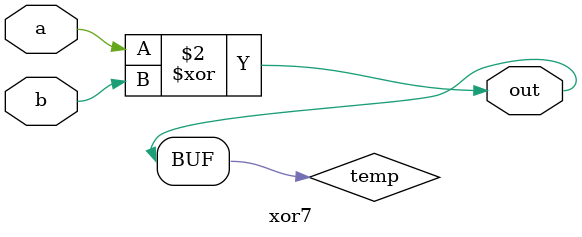
<source format=v>
module xor7 (
  input a,
  input b,
  output reg out
);

    reg temp;
    always @(*) begin
        temp = a ^ b; // ^ represents the XOR operator
    end
    
    assign out = temp;
endmodule
</source>
